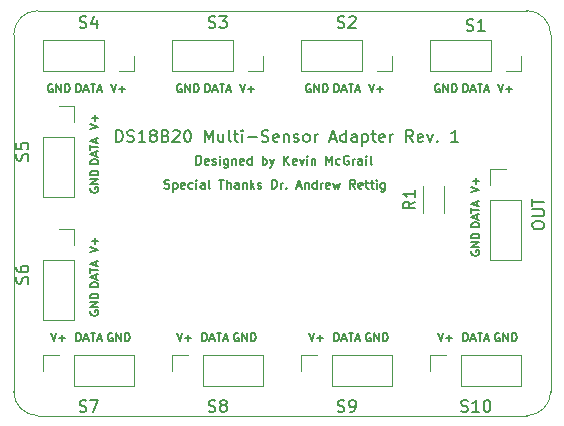
<source format=gbr>
G04 #@! TF.GenerationSoftware,KiCad,Pcbnew,5.1.4-e60b266~84~ubuntu18.04.1*
G04 #@! TF.CreationDate,2019-10-06T14:52:02-04:00*
G04 #@! TF.ProjectId,ds18b20,64733138-6232-4302-9e6b-696361645f70,rev?*
G04 #@! TF.SameCoordinates,Original*
G04 #@! TF.FileFunction,Legend,Top*
G04 #@! TF.FilePolarity,Positive*
%FSLAX46Y46*%
G04 Gerber Fmt 4.6, Leading zero omitted, Abs format (unit mm)*
G04 Created by KiCad (PCBNEW 5.1.4-e60b266~84~ubuntu18.04.1) date 2019-10-06 14:52:02*
%MOMM*%
%LPD*%
G04 APERTURE LIST*
%ADD10C,0.150000*%
%ADD11C,0.050000*%
%ADD12C,0.120000*%
G04 APERTURE END LIST*
D10*
X58478714Y-37895571D02*
X58585857Y-37931285D01*
X58764428Y-37931285D01*
X58835857Y-37895571D01*
X58871571Y-37859857D01*
X58907285Y-37788428D01*
X58907285Y-37717000D01*
X58871571Y-37645571D01*
X58835857Y-37609857D01*
X58764428Y-37574142D01*
X58621571Y-37538428D01*
X58550142Y-37502714D01*
X58514428Y-37467000D01*
X58478714Y-37395571D01*
X58478714Y-37324142D01*
X58514428Y-37252714D01*
X58550142Y-37217000D01*
X58621571Y-37181285D01*
X58800142Y-37181285D01*
X58907285Y-37217000D01*
X59228714Y-37431285D02*
X59228714Y-38181285D01*
X59228714Y-37467000D02*
X59300142Y-37431285D01*
X59443000Y-37431285D01*
X59514428Y-37467000D01*
X59550142Y-37502714D01*
X59585857Y-37574142D01*
X59585857Y-37788428D01*
X59550142Y-37859857D01*
X59514428Y-37895571D01*
X59443000Y-37931285D01*
X59300142Y-37931285D01*
X59228714Y-37895571D01*
X60193000Y-37895571D02*
X60121571Y-37931285D01*
X59978714Y-37931285D01*
X59907285Y-37895571D01*
X59871571Y-37824142D01*
X59871571Y-37538428D01*
X59907285Y-37467000D01*
X59978714Y-37431285D01*
X60121571Y-37431285D01*
X60193000Y-37467000D01*
X60228714Y-37538428D01*
X60228714Y-37609857D01*
X59871571Y-37681285D01*
X60871571Y-37895571D02*
X60800142Y-37931285D01*
X60657285Y-37931285D01*
X60585857Y-37895571D01*
X60550142Y-37859857D01*
X60514428Y-37788428D01*
X60514428Y-37574142D01*
X60550142Y-37502714D01*
X60585857Y-37467000D01*
X60657285Y-37431285D01*
X60800142Y-37431285D01*
X60871571Y-37467000D01*
X61193000Y-37931285D02*
X61193000Y-37431285D01*
X61193000Y-37181285D02*
X61157285Y-37217000D01*
X61193000Y-37252714D01*
X61228714Y-37217000D01*
X61193000Y-37181285D01*
X61193000Y-37252714D01*
X61871571Y-37931285D02*
X61871571Y-37538428D01*
X61835857Y-37467000D01*
X61764428Y-37431285D01*
X61621571Y-37431285D01*
X61550142Y-37467000D01*
X61871571Y-37895571D02*
X61800142Y-37931285D01*
X61621571Y-37931285D01*
X61550142Y-37895571D01*
X61514428Y-37824142D01*
X61514428Y-37752714D01*
X61550142Y-37681285D01*
X61621571Y-37645571D01*
X61800142Y-37645571D01*
X61871571Y-37609857D01*
X62335857Y-37931285D02*
X62264428Y-37895571D01*
X62228714Y-37824142D01*
X62228714Y-37181285D01*
X63085857Y-37181285D02*
X63514428Y-37181285D01*
X63300142Y-37931285D02*
X63300142Y-37181285D01*
X63764428Y-37931285D02*
X63764428Y-37181285D01*
X64085857Y-37931285D02*
X64085857Y-37538428D01*
X64050142Y-37467000D01*
X63978714Y-37431285D01*
X63871571Y-37431285D01*
X63800142Y-37467000D01*
X63764428Y-37502714D01*
X64764428Y-37931285D02*
X64764428Y-37538428D01*
X64728714Y-37467000D01*
X64657285Y-37431285D01*
X64514428Y-37431285D01*
X64443000Y-37467000D01*
X64764428Y-37895571D02*
X64693000Y-37931285D01*
X64514428Y-37931285D01*
X64443000Y-37895571D01*
X64407285Y-37824142D01*
X64407285Y-37752714D01*
X64443000Y-37681285D01*
X64514428Y-37645571D01*
X64693000Y-37645571D01*
X64764428Y-37609857D01*
X65121571Y-37431285D02*
X65121571Y-37931285D01*
X65121571Y-37502714D02*
X65157285Y-37467000D01*
X65228714Y-37431285D01*
X65335857Y-37431285D01*
X65407285Y-37467000D01*
X65443000Y-37538428D01*
X65443000Y-37931285D01*
X65800142Y-37931285D02*
X65800142Y-37181285D01*
X65871571Y-37645571D02*
X66085857Y-37931285D01*
X66085857Y-37431285D02*
X65800142Y-37717000D01*
X66371571Y-37895571D02*
X66443000Y-37931285D01*
X66585857Y-37931285D01*
X66657285Y-37895571D01*
X66693000Y-37824142D01*
X66693000Y-37788428D01*
X66657285Y-37717000D01*
X66585857Y-37681285D01*
X66478714Y-37681285D01*
X66407285Y-37645571D01*
X66371571Y-37574142D01*
X66371571Y-37538428D01*
X66407285Y-37467000D01*
X66478714Y-37431285D01*
X66585857Y-37431285D01*
X66657285Y-37467000D01*
X67585857Y-37931285D02*
X67585857Y-37181285D01*
X67764428Y-37181285D01*
X67871571Y-37217000D01*
X67943000Y-37288428D01*
X67978714Y-37359857D01*
X68014428Y-37502714D01*
X68014428Y-37609857D01*
X67978714Y-37752714D01*
X67943000Y-37824142D01*
X67871571Y-37895571D01*
X67764428Y-37931285D01*
X67585857Y-37931285D01*
X68335857Y-37931285D02*
X68335857Y-37431285D01*
X68335857Y-37574142D02*
X68371571Y-37502714D01*
X68407285Y-37467000D01*
X68478714Y-37431285D01*
X68550142Y-37431285D01*
X68800142Y-37859857D02*
X68835857Y-37895571D01*
X68800142Y-37931285D01*
X68764428Y-37895571D01*
X68800142Y-37859857D01*
X68800142Y-37931285D01*
X69693000Y-37717000D02*
X70050142Y-37717000D01*
X69621571Y-37931285D02*
X69871571Y-37181285D01*
X70121571Y-37931285D01*
X70371571Y-37431285D02*
X70371571Y-37931285D01*
X70371571Y-37502714D02*
X70407285Y-37467000D01*
X70478714Y-37431285D01*
X70585857Y-37431285D01*
X70657285Y-37467000D01*
X70693000Y-37538428D01*
X70693000Y-37931285D01*
X71371571Y-37931285D02*
X71371571Y-37181285D01*
X71371571Y-37895571D02*
X71300142Y-37931285D01*
X71157285Y-37931285D01*
X71085857Y-37895571D01*
X71050142Y-37859857D01*
X71014428Y-37788428D01*
X71014428Y-37574142D01*
X71050142Y-37502714D01*
X71085857Y-37467000D01*
X71157285Y-37431285D01*
X71300142Y-37431285D01*
X71371571Y-37467000D01*
X71728714Y-37931285D02*
X71728714Y-37431285D01*
X71728714Y-37574142D02*
X71764428Y-37502714D01*
X71800142Y-37467000D01*
X71871571Y-37431285D01*
X71943000Y-37431285D01*
X72478714Y-37895571D02*
X72407285Y-37931285D01*
X72264428Y-37931285D01*
X72193000Y-37895571D01*
X72157285Y-37824142D01*
X72157285Y-37538428D01*
X72193000Y-37467000D01*
X72264428Y-37431285D01*
X72407285Y-37431285D01*
X72478714Y-37467000D01*
X72514428Y-37538428D01*
X72514428Y-37609857D01*
X72157285Y-37681285D01*
X72764428Y-37431285D02*
X72907285Y-37931285D01*
X73050142Y-37574142D01*
X73193000Y-37931285D01*
X73335857Y-37431285D01*
X74621571Y-37931285D02*
X74371571Y-37574142D01*
X74193000Y-37931285D02*
X74193000Y-37181285D01*
X74478714Y-37181285D01*
X74550142Y-37217000D01*
X74585857Y-37252714D01*
X74621571Y-37324142D01*
X74621571Y-37431285D01*
X74585857Y-37502714D01*
X74550142Y-37538428D01*
X74478714Y-37574142D01*
X74193000Y-37574142D01*
X75228714Y-37895571D02*
X75157285Y-37931285D01*
X75014428Y-37931285D01*
X74943000Y-37895571D01*
X74907285Y-37824142D01*
X74907285Y-37538428D01*
X74943000Y-37467000D01*
X75014428Y-37431285D01*
X75157285Y-37431285D01*
X75228714Y-37467000D01*
X75264428Y-37538428D01*
X75264428Y-37609857D01*
X74907285Y-37681285D01*
X75478714Y-37431285D02*
X75764428Y-37431285D01*
X75585857Y-37181285D02*
X75585857Y-37824142D01*
X75621571Y-37895571D01*
X75693000Y-37931285D01*
X75764428Y-37931285D01*
X75907285Y-37431285D02*
X76193000Y-37431285D01*
X76014428Y-37181285D02*
X76014428Y-37824142D01*
X76050142Y-37895571D01*
X76121571Y-37931285D01*
X76193000Y-37931285D01*
X76443000Y-37931285D02*
X76443000Y-37431285D01*
X76443000Y-37181285D02*
X76407285Y-37217000D01*
X76443000Y-37252714D01*
X76478714Y-37217000D01*
X76443000Y-37181285D01*
X76443000Y-37252714D01*
X77121571Y-37431285D02*
X77121571Y-38038428D01*
X77085857Y-38109857D01*
X77050142Y-38145571D01*
X76978714Y-38181285D01*
X76871571Y-38181285D01*
X76800142Y-38145571D01*
X77121571Y-37895571D02*
X77050142Y-37931285D01*
X76907285Y-37931285D01*
X76835857Y-37895571D01*
X76800142Y-37859857D01*
X76764428Y-37788428D01*
X76764428Y-37574142D01*
X76800142Y-37502714D01*
X76835857Y-37467000D01*
X76907285Y-37431285D01*
X77050142Y-37431285D01*
X77121571Y-37467000D01*
X61187142Y-35899285D02*
X61187142Y-35149285D01*
X61365714Y-35149285D01*
X61472857Y-35185000D01*
X61544285Y-35256428D01*
X61580000Y-35327857D01*
X61615714Y-35470714D01*
X61615714Y-35577857D01*
X61580000Y-35720714D01*
X61544285Y-35792142D01*
X61472857Y-35863571D01*
X61365714Y-35899285D01*
X61187142Y-35899285D01*
X62222857Y-35863571D02*
X62151428Y-35899285D01*
X62008571Y-35899285D01*
X61937142Y-35863571D01*
X61901428Y-35792142D01*
X61901428Y-35506428D01*
X61937142Y-35435000D01*
X62008571Y-35399285D01*
X62151428Y-35399285D01*
X62222857Y-35435000D01*
X62258571Y-35506428D01*
X62258571Y-35577857D01*
X61901428Y-35649285D01*
X62544285Y-35863571D02*
X62615714Y-35899285D01*
X62758571Y-35899285D01*
X62830000Y-35863571D01*
X62865714Y-35792142D01*
X62865714Y-35756428D01*
X62830000Y-35685000D01*
X62758571Y-35649285D01*
X62651428Y-35649285D01*
X62580000Y-35613571D01*
X62544285Y-35542142D01*
X62544285Y-35506428D01*
X62580000Y-35435000D01*
X62651428Y-35399285D01*
X62758571Y-35399285D01*
X62830000Y-35435000D01*
X63187142Y-35899285D02*
X63187142Y-35399285D01*
X63187142Y-35149285D02*
X63151428Y-35185000D01*
X63187142Y-35220714D01*
X63222857Y-35185000D01*
X63187142Y-35149285D01*
X63187142Y-35220714D01*
X63865714Y-35399285D02*
X63865714Y-36006428D01*
X63830000Y-36077857D01*
X63794285Y-36113571D01*
X63722857Y-36149285D01*
X63615714Y-36149285D01*
X63544285Y-36113571D01*
X63865714Y-35863571D02*
X63794285Y-35899285D01*
X63651428Y-35899285D01*
X63580000Y-35863571D01*
X63544285Y-35827857D01*
X63508571Y-35756428D01*
X63508571Y-35542142D01*
X63544285Y-35470714D01*
X63580000Y-35435000D01*
X63651428Y-35399285D01*
X63794285Y-35399285D01*
X63865714Y-35435000D01*
X64222857Y-35399285D02*
X64222857Y-35899285D01*
X64222857Y-35470714D02*
X64258571Y-35435000D01*
X64330000Y-35399285D01*
X64437142Y-35399285D01*
X64508571Y-35435000D01*
X64544285Y-35506428D01*
X64544285Y-35899285D01*
X65187142Y-35863571D02*
X65115714Y-35899285D01*
X64972857Y-35899285D01*
X64901428Y-35863571D01*
X64865714Y-35792142D01*
X64865714Y-35506428D01*
X64901428Y-35435000D01*
X64972857Y-35399285D01*
X65115714Y-35399285D01*
X65187142Y-35435000D01*
X65222857Y-35506428D01*
X65222857Y-35577857D01*
X64865714Y-35649285D01*
X65865714Y-35899285D02*
X65865714Y-35149285D01*
X65865714Y-35863571D02*
X65794285Y-35899285D01*
X65651428Y-35899285D01*
X65580000Y-35863571D01*
X65544285Y-35827857D01*
X65508571Y-35756428D01*
X65508571Y-35542142D01*
X65544285Y-35470714D01*
X65580000Y-35435000D01*
X65651428Y-35399285D01*
X65794285Y-35399285D01*
X65865714Y-35435000D01*
X66794285Y-35899285D02*
X66794285Y-35149285D01*
X66794285Y-35435000D02*
X66865714Y-35399285D01*
X67008571Y-35399285D01*
X67080000Y-35435000D01*
X67115714Y-35470714D01*
X67151428Y-35542142D01*
X67151428Y-35756428D01*
X67115714Y-35827857D01*
X67080000Y-35863571D01*
X67008571Y-35899285D01*
X66865714Y-35899285D01*
X66794285Y-35863571D01*
X67401428Y-35399285D02*
X67580000Y-35899285D01*
X67758571Y-35399285D02*
X67580000Y-35899285D01*
X67508571Y-36077857D01*
X67472857Y-36113571D01*
X67401428Y-36149285D01*
X68615714Y-35899285D02*
X68615714Y-35149285D01*
X69044285Y-35899285D02*
X68722857Y-35470714D01*
X69044285Y-35149285D02*
X68615714Y-35577857D01*
X69651428Y-35863571D02*
X69580000Y-35899285D01*
X69437142Y-35899285D01*
X69365714Y-35863571D01*
X69330000Y-35792142D01*
X69330000Y-35506428D01*
X69365714Y-35435000D01*
X69437142Y-35399285D01*
X69580000Y-35399285D01*
X69651428Y-35435000D01*
X69687142Y-35506428D01*
X69687142Y-35577857D01*
X69330000Y-35649285D01*
X69937142Y-35399285D02*
X70115714Y-35899285D01*
X70294285Y-35399285D01*
X70580000Y-35899285D02*
X70580000Y-35399285D01*
X70580000Y-35149285D02*
X70544285Y-35185000D01*
X70580000Y-35220714D01*
X70615714Y-35185000D01*
X70580000Y-35149285D01*
X70580000Y-35220714D01*
X70937142Y-35399285D02*
X70937142Y-35899285D01*
X70937142Y-35470714D02*
X70972857Y-35435000D01*
X71044285Y-35399285D01*
X71151428Y-35399285D01*
X71222857Y-35435000D01*
X71258571Y-35506428D01*
X71258571Y-35899285D01*
X72187142Y-35899285D02*
X72187142Y-35149285D01*
X72437142Y-35685000D01*
X72687142Y-35149285D01*
X72687142Y-35899285D01*
X73365714Y-35863571D02*
X73294285Y-35899285D01*
X73151428Y-35899285D01*
X73080000Y-35863571D01*
X73044285Y-35827857D01*
X73008571Y-35756428D01*
X73008571Y-35542142D01*
X73044285Y-35470714D01*
X73080000Y-35435000D01*
X73151428Y-35399285D01*
X73294285Y-35399285D01*
X73365714Y-35435000D01*
X74080000Y-35185000D02*
X74008571Y-35149285D01*
X73901428Y-35149285D01*
X73794285Y-35185000D01*
X73722857Y-35256428D01*
X73687142Y-35327857D01*
X73651428Y-35470714D01*
X73651428Y-35577857D01*
X73687142Y-35720714D01*
X73722857Y-35792142D01*
X73794285Y-35863571D01*
X73901428Y-35899285D01*
X73972857Y-35899285D01*
X74080000Y-35863571D01*
X74115714Y-35827857D01*
X74115714Y-35577857D01*
X73972857Y-35577857D01*
X74437142Y-35899285D02*
X74437142Y-35399285D01*
X74437142Y-35542142D02*
X74472857Y-35470714D01*
X74508571Y-35435000D01*
X74580000Y-35399285D01*
X74651428Y-35399285D01*
X75222857Y-35899285D02*
X75222857Y-35506428D01*
X75187142Y-35435000D01*
X75115714Y-35399285D01*
X74972857Y-35399285D01*
X74901428Y-35435000D01*
X75222857Y-35863571D02*
X75151428Y-35899285D01*
X74972857Y-35899285D01*
X74901428Y-35863571D01*
X74865714Y-35792142D01*
X74865714Y-35720714D01*
X74901428Y-35649285D01*
X74972857Y-35613571D01*
X75151428Y-35613571D01*
X75222857Y-35577857D01*
X75580000Y-35899285D02*
X75580000Y-35399285D01*
X75580000Y-35149285D02*
X75544285Y-35185000D01*
X75580000Y-35220714D01*
X75615714Y-35185000D01*
X75580000Y-35149285D01*
X75580000Y-35220714D01*
X76044285Y-35899285D02*
X75972857Y-35863571D01*
X75937142Y-35792142D01*
X75937142Y-35149285D01*
X54381619Y-33980380D02*
X54381619Y-32980380D01*
X54619714Y-32980380D01*
X54762571Y-33028000D01*
X54857809Y-33123238D01*
X54905428Y-33218476D01*
X54953047Y-33408952D01*
X54953047Y-33551809D01*
X54905428Y-33742285D01*
X54857809Y-33837523D01*
X54762571Y-33932761D01*
X54619714Y-33980380D01*
X54381619Y-33980380D01*
X55334000Y-33932761D02*
X55476857Y-33980380D01*
X55714952Y-33980380D01*
X55810190Y-33932761D01*
X55857809Y-33885142D01*
X55905428Y-33789904D01*
X55905428Y-33694666D01*
X55857809Y-33599428D01*
X55810190Y-33551809D01*
X55714952Y-33504190D01*
X55524476Y-33456571D01*
X55429238Y-33408952D01*
X55381619Y-33361333D01*
X55334000Y-33266095D01*
X55334000Y-33170857D01*
X55381619Y-33075619D01*
X55429238Y-33028000D01*
X55524476Y-32980380D01*
X55762571Y-32980380D01*
X55905428Y-33028000D01*
X56857809Y-33980380D02*
X56286380Y-33980380D01*
X56572095Y-33980380D02*
X56572095Y-32980380D01*
X56476857Y-33123238D01*
X56381619Y-33218476D01*
X56286380Y-33266095D01*
X57429238Y-33408952D02*
X57334000Y-33361333D01*
X57286380Y-33313714D01*
X57238761Y-33218476D01*
X57238761Y-33170857D01*
X57286380Y-33075619D01*
X57334000Y-33028000D01*
X57429238Y-32980380D01*
X57619714Y-32980380D01*
X57714952Y-33028000D01*
X57762571Y-33075619D01*
X57810190Y-33170857D01*
X57810190Y-33218476D01*
X57762571Y-33313714D01*
X57714952Y-33361333D01*
X57619714Y-33408952D01*
X57429238Y-33408952D01*
X57334000Y-33456571D01*
X57286380Y-33504190D01*
X57238761Y-33599428D01*
X57238761Y-33789904D01*
X57286380Y-33885142D01*
X57334000Y-33932761D01*
X57429238Y-33980380D01*
X57619714Y-33980380D01*
X57714952Y-33932761D01*
X57762571Y-33885142D01*
X57810190Y-33789904D01*
X57810190Y-33599428D01*
X57762571Y-33504190D01*
X57714952Y-33456571D01*
X57619714Y-33408952D01*
X58572095Y-33456571D02*
X58714952Y-33504190D01*
X58762571Y-33551809D01*
X58810190Y-33647047D01*
X58810190Y-33789904D01*
X58762571Y-33885142D01*
X58714952Y-33932761D01*
X58619714Y-33980380D01*
X58238761Y-33980380D01*
X58238761Y-32980380D01*
X58572095Y-32980380D01*
X58667333Y-33028000D01*
X58714952Y-33075619D01*
X58762571Y-33170857D01*
X58762571Y-33266095D01*
X58714952Y-33361333D01*
X58667333Y-33408952D01*
X58572095Y-33456571D01*
X58238761Y-33456571D01*
X59191142Y-33075619D02*
X59238761Y-33028000D01*
X59333999Y-32980380D01*
X59572095Y-32980380D01*
X59667333Y-33028000D01*
X59714952Y-33075619D01*
X59762571Y-33170857D01*
X59762571Y-33266095D01*
X59714952Y-33408952D01*
X59143523Y-33980380D01*
X59762571Y-33980380D01*
X60381619Y-32980380D02*
X60476857Y-32980380D01*
X60572095Y-33028000D01*
X60619714Y-33075619D01*
X60667333Y-33170857D01*
X60714952Y-33361333D01*
X60714952Y-33599428D01*
X60667333Y-33789904D01*
X60619714Y-33885142D01*
X60572095Y-33932761D01*
X60476857Y-33980380D01*
X60381619Y-33980380D01*
X60286380Y-33932761D01*
X60238761Y-33885142D01*
X60191142Y-33789904D01*
X60143523Y-33599428D01*
X60143523Y-33361333D01*
X60191142Y-33170857D01*
X60238761Y-33075619D01*
X60286380Y-33028000D01*
X60381619Y-32980380D01*
X61905428Y-33980380D02*
X61905428Y-32980380D01*
X62238761Y-33694666D01*
X62572095Y-32980380D01*
X62572095Y-33980380D01*
X63476857Y-33313714D02*
X63476857Y-33980380D01*
X63048285Y-33313714D02*
X63048285Y-33837523D01*
X63095904Y-33932761D01*
X63191142Y-33980380D01*
X63334000Y-33980380D01*
X63429238Y-33932761D01*
X63476857Y-33885142D01*
X64095904Y-33980380D02*
X64000666Y-33932761D01*
X63953047Y-33837523D01*
X63953047Y-32980380D01*
X64334000Y-33313714D02*
X64714952Y-33313714D01*
X64476857Y-32980380D02*
X64476857Y-33837523D01*
X64524476Y-33932761D01*
X64619714Y-33980380D01*
X64714952Y-33980380D01*
X65048285Y-33980380D02*
X65048285Y-33313714D01*
X65048285Y-32980380D02*
X65000666Y-33028000D01*
X65048285Y-33075619D01*
X65095904Y-33028000D01*
X65048285Y-32980380D01*
X65048285Y-33075619D01*
X65524476Y-33599428D02*
X66286380Y-33599428D01*
X66714952Y-33932761D02*
X66857809Y-33980380D01*
X67095904Y-33980380D01*
X67191142Y-33932761D01*
X67238761Y-33885142D01*
X67286380Y-33789904D01*
X67286380Y-33694666D01*
X67238761Y-33599428D01*
X67191142Y-33551809D01*
X67095904Y-33504190D01*
X66905428Y-33456571D01*
X66810190Y-33408952D01*
X66762571Y-33361333D01*
X66714952Y-33266095D01*
X66714952Y-33170857D01*
X66762571Y-33075619D01*
X66810190Y-33028000D01*
X66905428Y-32980380D01*
X67143523Y-32980380D01*
X67286380Y-33028000D01*
X68095904Y-33932761D02*
X68000666Y-33980380D01*
X67810190Y-33980380D01*
X67714952Y-33932761D01*
X67667333Y-33837523D01*
X67667333Y-33456571D01*
X67714952Y-33361333D01*
X67810190Y-33313714D01*
X68000666Y-33313714D01*
X68095904Y-33361333D01*
X68143523Y-33456571D01*
X68143523Y-33551809D01*
X67667333Y-33647047D01*
X68572095Y-33313714D02*
X68572095Y-33980380D01*
X68572095Y-33408952D02*
X68619714Y-33361333D01*
X68714952Y-33313714D01*
X68857809Y-33313714D01*
X68953047Y-33361333D01*
X69000666Y-33456571D01*
X69000666Y-33980380D01*
X69429238Y-33932761D02*
X69524476Y-33980380D01*
X69714952Y-33980380D01*
X69810190Y-33932761D01*
X69857809Y-33837523D01*
X69857809Y-33789904D01*
X69810190Y-33694666D01*
X69714952Y-33647047D01*
X69572095Y-33647047D01*
X69476857Y-33599428D01*
X69429238Y-33504190D01*
X69429238Y-33456571D01*
X69476857Y-33361333D01*
X69572095Y-33313714D01*
X69714952Y-33313714D01*
X69810190Y-33361333D01*
X70429238Y-33980380D02*
X70334000Y-33932761D01*
X70286380Y-33885142D01*
X70238761Y-33789904D01*
X70238761Y-33504190D01*
X70286380Y-33408952D01*
X70334000Y-33361333D01*
X70429238Y-33313714D01*
X70572095Y-33313714D01*
X70667333Y-33361333D01*
X70714952Y-33408952D01*
X70762571Y-33504190D01*
X70762571Y-33789904D01*
X70714952Y-33885142D01*
X70667333Y-33932761D01*
X70572095Y-33980380D01*
X70429238Y-33980380D01*
X71191142Y-33980380D02*
X71191142Y-33313714D01*
X71191142Y-33504190D02*
X71238761Y-33408952D01*
X71286380Y-33361333D01*
X71381619Y-33313714D01*
X71476857Y-33313714D01*
X72524476Y-33694666D02*
X73000666Y-33694666D01*
X72429238Y-33980380D02*
X72762571Y-32980380D01*
X73095904Y-33980380D01*
X73857809Y-33980380D02*
X73857809Y-32980380D01*
X73857809Y-33932761D02*
X73762571Y-33980380D01*
X73572095Y-33980380D01*
X73476857Y-33932761D01*
X73429238Y-33885142D01*
X73381619Y-33789904D01*
X73381619Y-33504190D01*
X73429238Y-33408952D01*
X73476857Y-33361333D01*
X73572095Y-33313714D01*
X73762571Y-33313714D01*
X73857809Y-33361333D01*
X74762571Y-33980380D02*
X74762571Y-33456571D01*
X74714952Y-33361333D01*
X74619714Y-33313714D01*
X74429238Y-33313714D01*
X74334000Y-33361333D01*
X74762571Y-33932761D02*
X74667333Y-33980380D01*
X74429238Y-33980380D01*
X74334000Y-33932761D01*
X74286380Y-33837523D01*
X74286380Y-33742285D01*
X74334000Y-33647047D01*
X74429238Y-33599428D01*
X74667333Y-33599428D01*
X74762571Y-33551809D01*
X75238761Y-33313714D02*
X75238761Y-34313714D01*
X75238761Y-33361333D02*
X75333999Y-33313714D01*
X75524476Y-33313714D01*
X75619714Y-33361333D01*
X75667333Y-33408952D01*
X75714952Y-33504190D01*
X75714952Y-33789904D01*
X75667333Y-33885142D01*
X75619714Y-33932761D01*
X75524476Y-33980380D01*
X75333999Y-33980380D01*
X75238761Y-33932761D01*
X76000666Y-33313714D02*
X76381619Y-33313714D01*
X76143523Y-32980380D02*
X76143523Y-33837523D01*
X76191142Y-33932761D01*
X76286380Y-33980380D01*
X76381619Y-33980380D01*
X77095904Y-33932761D02*
X77000666Y-33980380D01*
X76810190Y-33980380D01*
X76714952Y-33932761D01*
X76667333Y-33837523D01*
X76667333Y-33456571D01*
X76714952Y-33361333D01*
X76810190Y-33313714D01*
X77000666Y-33313714D01*
X77095904Y-33361333D01*
X77143523Y-33456571D01*
X77143523Y-33551809D01*
X76667333Y-33647047D01*
X77572095Y-33980380D02*
X77572095Y-33313714D01*
X77572095Y-33504190D02*
X77619714Y-33408952D01*
X77667333Y-33361333D01*
X77762571Y-33313714D01*
X77857809Y-33313714D01*
X79524476Y-33980380D02*
X79191142Y-33504190D01*
X78953047Y-33980380D02*
X78953047Y-32980380D01*
X79333999Y-32980380D01*
X79429238Y-33028000D01*
X79476857Y-33075619D01*
X79524476Y-33170857D01*
X79524476Y-33313714D01*
X79476857Y-33408952D01*
X79429238Y-33456571D01*
X79333999Y-33504190D01*
X78953047Y-33504190D01*
X80333999Y-33932761D02*
X80238761Y-33980380D01*
X80048285Y-33980380D01*
X79953047Y-33932761D01*
X79905428Y-33837523D01*
X79905428Y-33456571D01*
X79953047Y-33361333D01*
X80048285Y-33313714D01*
X80238761Y-33313714D01*
X80333999Y-33361333D01*
X80381619Y-33456571D01*
X80381619Y-33551809D01*
X79905428Y-33647047D01*
X80714952Y-33313714D02*
X80953047Y-33980380D01*
X81191142Y-33313714D01*
X81572095Y-33885142D02*
X81619714Y-33932761D01*
X81572095Y-33980380D01*
X81524476Y-33932761D01*
X81572095Y-33885142D01*
X81572095Y-33980380D01*
X83333999Y-33980380D02*
X82762571Y-33980380D01*
X83048285Y-33980380D02*
X83048285Y-32980380D01*
X82953047Y-33123238D01*
X82857809Y-33218476D01*
X82762571Y-33266095D01*
X85152666Y-41182000D02*
X84452666Y-41182000D01*
X84452666Y-41015333D01*
X84486000Y-40915333D01*
X84552666Y-40848666D01*
X84619333Y-40815333D01*
X84752666Y-40782000D01*
X84852666Y-40782000D01*
X84986000Y-40815333D01*
X85052666Y-40848666D01*
X85119333Y-40915333D01*
X85152666Y-41015333D01*
X85152666Y-41182000D01*
X84952666Y-40515333D02*
X84952666Y-40182000D01*
X85152666Y-40582000D02*
X84452666Y-40348666D01*
X85152666Y-40115333D01*
X84452666Y-39982000D02*
X84452666Y-39582000D01*
X85152666Y-39782000D02*
X84452666Y-39782000D01*
X84952666Y-39382000D02*
X84952666Y-39048666D01*
X85152666Y-39448666D02*
X84452666Y-39215333D01*
X85152666Y-38982000D01*
X84486000Y-43205333D02*
X84452666Y-43272000D01*
X84452666Y-43372000D01*
X84486000Y-43472000D01*
X84552666Y-43538666D01*
X84619333Y-43572000D01*
X84752666Y-43605333D01*
X84852666Y-43605333D01*
X84986000Y-43572000D01*
X85052666Y-43538666D01*
X85119333Y-43472000D01*
X85152666Y-43372000D01*
X85152666Y-43305333D01*
X85119333Y-43205333D01*
X85086000Y-43172000D01*
X84852666Y-43172000D01*
X84852666Y-43305333D01*
X85152666Y-42872000D02*
X84452666Y-42872000D01*
X85152666Y-42472000D01*
X84452666Y-42472000D01*
X85152666Y-42138666D02*
X84452666Y-42138666D01*
X84452666Y-41972000D01*
X84486000Y-41872000D01*
X84552666Y-41805333D01*
X84619333Y-41772000D01*
X84752666Y-41738666D01*
X84852666Y-41738666D01*
X84986000Y-41772000D01*
X85052666Y-41805333D01*
X85119333Y-41872000D01*
X85152666Y-41972000D01*
X85152666Y-42138666D01*
X84452666Y-38258666D02*
X85152666Y-38025333D01*
X84452666Y-37792000D01*
X84886000Y-37558666D02*
X84886000Y-37025333D01*
X85152666Y-37292000D02*
X84619333Y-37292000D01*
X86842666Y-50196000D02*
X86776000Y-50162666D01*
X86676000Y-50162666D01*
X86576000Y-50196000D01*
X86509333Y-50262666D01*
X86476000Y-50329333D01*
X86442666Y-50462666D01*
X86442666Y-50562666D01*
X86476000Y-50696000D01*
X86509333Y-50762666D01*
X86576000Y-50829333D01*
X86676000Y-50862666D01*
X86742666Y-50862666D01*
X86842666Y-50829333D01*
X86876000Y-50796000D01*
X86876000Y-50562666D01*
X86742666Y-50562666D01*
X87176000Y-50862666D02*
X87176000Y-50162666D01*
X87576000Y-50862666D01*
X87576000Y-50162666D01*
X87909333Y-50862666D02*
X87909333Y-50162666D01*
X88076000Y-50162666D01*
X88176000Y-50196000D01*
X88242666Y-50262666D01*
X88276000Y-50329333D01*
X88309333Y-50462666D01*
X88309333Y-50562666D01*
X88276000Y-50696000D01*
X88242666Y-50762666D01*
X88176000Y-50829333D01*
X88076000Y-50862666D01*
X87909333Y-50862666D01*
X81629333Y-50162666D02*
X81862666Y-50862666D01*
X82096000Y-50162666D01*
X82329333Y-50596000D02*
X82862666Y-50596000D01*
X82596000Y-50862666D02*
X82596000Y-50329333D01*
X83786000Y-50862666D02*
X83786000Y-50162666D01*
X83952666Y-50162666D01*
X84052666Y-50196000D01*
X84119333Y-50262666D01*
X84152666Y-50329333D01*
X84186000Y-50462666D01*
X84186000Y-50562666D01*
X84152666Y-50696000D01*
X84119333Y-50762666D01*
X84052666Y-50829333D01*
X83952666Y-50862666D01*
X83786000Y-50862666D01*
X84452666Y-50662666D02*
X84786000Y-50662666D01*
X84386000Y-50862666D02*
X84619333Y-50162666D01*
X84852666Y-50862666D01*
X84986000Y-50162666D02*
X85386000Y-50162666D01*
X85186000Y-50862666D02*
X85186000Y-50162666D01*
X85586000Y-50662666D02*
X85919333Y-50662666D01*
X85519333Y-50862666D02*
X85752666Y-50162666D01*
X85986000Y-50862666D01*
X75920666Y-50196000D02*
X75854000Y-50162666D01*
X75754000Y-50162666D01*
X75654000Y-50196000D01*
X75587333Y-50262666D01*
X75554000Y-50329333D01*
X75520666Y-50462666D01*
X75520666Y-50562666D01*
X75554000Y-50696000D01*
X75587333Y-50762666D01*
X75654000Y-50829333D01*
X75754000Y-50862666D01*
X75820666Y-50862666D01*
X75920666Y-50829333D01*
X75954000Y-50796000D01*
X75954000Y-50562666D01*
X75820666Y-50562666D01*
X76254000Y-50862666D02*
X76254000Y-50162666D01*
X76654000Y-50862666D01*
X76654000Y-50162666D01*
X76987333Y-50862666D02*
X76987333Y-50162666D01*
X77154000Y-50162666D01*
X77254000Y-50196000D01*
X77320666Y-50262666D01*
X77354000Y-50329333D01*
X77387333Y-50462666D01*
X77387333Y-50562666D01*
X77354000Y-50696000D01*
X77320666Y-50762666D01*
X77254000Y-50829333D01*
X77154000Y-50862666D01*
X76987333Y-50862666D01*
X70707333Y-50162666D02*
X70940666Y-50862666D01*
X71174000Y-50162666D01*
X71407333Y-50596000D02*
X71940666Y-50596000D01*
X71674000Y-50862666D02*
X71674000Y-50329333D01*
X72864000Y-50862666D02*
X72864000Y-50162666D01*
X73030666Y-50162666D01*
X73130666Y-50196000D01*
X73197333Y-50262666D01*
X73230666Y-50329333D01*
X73264000Y-50462666D01*
X73264000Y-50562666D01*
X73230666Y-50696000D01*
X73197333Y-50762666D01*
X73130666Y-50829333D01*
X73030666Y-50862666D01*
X72864000Y-50862666D01*
X73530666Y-50662666D02*
X73864000Y-50662666D01*
X73464000Y-50862666D02*
X73697333Y-50162666D01*
X73930666Y-50862666D01*
X74064000Y-50162666D02*
X74464000Y-50162666D01*
X74264000Y-50862666D02*
X74264000Y-50162666D01*
X74664000Y-50662666D02*
X74997333Y-50662666D01*
X74597333Y-50862666D02*
X74830666Y-50162666D01*
X75064000Y-50862666D01*
X64744666Y-50196000D02*
X64678000Y-50162666D01*
X64578000Y-50162666D01*
X64478000Y-50196000D01*
X64411333Y-50262666D01*
X64378000Y-50329333D01*
X64344666Y-50462666D01*
X64344666Y-50562666D01*
X64378000Y-50696000D01*
X64411333Y-50762666D01*
X64478000Y-50829333D01*
X64578000Y-50862666D01*
X64644666Y-50862666D01*
X64744666Y-50829333D01*
X64778000Y-50796000D01*
X64778000Y-50562666D01*
X64644666Y-50562666D01*
X65078000Y-50862666D02*
X65078000Y-50162666D01*
X65478000Y-50862666D01*
X65478000Y-50162666D01*
X65811333Y-50862666D02*
X65811333Y-50162666D01*
X65978000Y-50162666D01*
X66078000Y-50196000D01*
X66144666Y-50262666D01*
X66178000Y-50329333D01*
X66211333Y-50462666D01*
X66211333Y-50562666D01*
X66178000Y-50696000D01*
X66144666Y-50762666D01*
X66078000Y-50829333D01*
X65978000Y-50862666D01*
X65811333Y-50862666D01*
X59531333Y-50162666D02*
X59764666Y-50862666D01*
X59998000Y-50162666D01*
X60231333Y-50596000D02*
X60764666Y-50596000D01*
X60498000Y-50862666D02*
X60498000Y-50329333D01*
X61688000Y-50862666D02*
X61688000Y-50162666D01*
X61854666Y-50162666D01*
X61954666Y-50196000D01*
X62021333Y-50262666D01*
X62054666Y-50329333D01*
X62088000Y-50462666D01*
X62088000Y-50562666D01*
X62054666Y-50696000D01*
X62021333Y-50762666D01*
X61954666Y-50829333D01*
X61854666Y-50862666D01*
X61688000Y-50862666D01*
X62354666Y-50662666D02*
X62688000Y-50662666D01*
X62288000Y-50862666D02*
X62521333Y-50162666D01*
X62754666Y-50862666D01*
X62888000Y-50162666D02*
X63288000Y-50162666D01*
X63088000Y-50862666D02*
X63088000Y-50162666D01*
X63488000Y-50662666D02*
X63821333Y-50662666D01*
X63421333Y-50862666D02*
X63654666Y-50162666D01*
X63888000Y-50862666D01*
X51020000Y-50862666D02*
X51020000Y-50162666D01*
X51186666Y-50162666D01*
X51286666Y-50196000D01*
X51353333Y-50262666D01*
X51386666Y-50329333D01*
X51420000Y-50462666D01*
X51420000Y-50562666D01*
X51386666Y-50696000D01*
X51353333Y-50762666D01*
X51286666Y-50829333D01*
X51186666Y-50862666D01*
X51020000Y-50862666D01*
X51686666Y-50662666D02*
X52020000Y-50662666D01*
X51620000Y-50862666D02*
X51853333Y-50162666D01*
X52086666Y-50862666D01*
X52220000Y-50162666D02*
X52620000Y-50162666D01*
X52420000Y-50862666D02*
X52420000Y-50162666D01*
X52820000Y-50662666D02*
X53153333Y-50662666D01*
X52753333Y-50862666D02*
X52986666Y-50162666D01*
X53220000Y-50862666D01*
X48863333Y-50162666D02*
X49096666Y-50862666D01*
X49330000Y-50162666D01*
X49563333Y-50596000D02*
X50096666Y-50596000D01*
X49830000Y-50862666D02*
X49830000Y-50329333D01*
X54076666Y-50196000D02*
X54010000Y-50162666D01*
X53910000Y-50162666D01*
X53810000Y-50196000D01*
X53743333Y-50262666D01*
X53710000Y-50329333D01*
X53676666Y-50462666D01*
X53676666Y-50562666D01*
X53710000Y-50696000D01*
X53743333Y-50762666D01*
X53810000Y-50829333D01*
X53910000Y-50862666D01*
X53976666Y-50862666D01*
X54076666Y-50829333D01*
X54110000Y-50796000D01*
X54110000Y-50562666D01*
X53976666Y-50562666D01*
X54410000Y-50862666D02*
X54410000Y-50162666D01*
X54810000Y-50862666D01*
X54810000Y-50162666D01*
X55143333Y-50862666D02*
X55143333Y-50162666D01*
X55310000Y-50162666D01*
X55410000Y-50196000D01*
X55476666Y-50262666D01*
X55510000Y-50329333D01*
X55543333Y-50462666D01*
X55543333Y-50562666D01*
X55510000Y-50696000D01*
X55476666Y-50762666D01*
X55410000Y-50829333D01*
X55310000Y-50862666D01*
X55143333Y-50862666D01*
X52894666Y-46262000D02*
X52194666Y-46262000D01*
X52194666Y-46095333D01*
X52228000Y-45995333D01*
X52294666Y-45928666D01*
X52361333Y-45895333D01*
X52494666Y-45862000D01*
X52594666Y-45862000D01*
X52728000Y-45895333D01*
X52794666Y-45928666D01*
X52861333Y-45995333D01*
X52894666Y-46095333D01*
X52894666Y-46262000D01*
X52694666Y-45595333D02*
X52694666Y-45262000D01*
X52894666Y-45662000D02*
X52194666Y-45428666D01*
X52894666Y-45195333D01*
X52194666Y-45062000D02*
X52194666Y-44662000D01*
X52894666Y-44862000D02*
X52194666Y-44862000D01*
X52694666Y-44462000D02*
X52694666Y-44128666D01*
X52894666Y-44528666D02*
X52194666Y-44295333D01*
X52894666Y-44062000D01*
X52228000Y-48285333D02*
X52194666Y-48352000D01*
X52194666Y-48452000D01*
X52228000Y-48552000D01*
X52294666Y-48618666D01*
X52361333Y-48652000D01*
X52494666Y-48685333D01*
X52594666Y-48685333D01*
X52728000Y-48652000D01*
X52794666Y-48618666D01*
X52861333Y-48552000D01*
X52894666Y-48452000D01*
X52894666Y-48385333D01*
X52861333Y-48285333D01*
X52828000Y-48252000D01*
X52594666Y-48252000D01*
X52594666Y-48385333D01*
X52894666Y-47952000D02*
X52194666Y-47952000D01*
X52894666Y-47552000D01*
X52194666Y-47552000D01*
X52894666Y-47218666D02*
X52194666Y-47218666D01*
X52194666Y-47052000D01*
X52228000Y-46952000D01*
X52294666Y-46885333D01*
X52361333Y-46852000D01*
X52494666Y-46818666D01*
X52594666Y-46818666D01*
X52728000Y-46852000D01*
X52794666Y-46885333D01*
X52861333Y-46952000D01*
X52894666Y-47052000D01*
X52894666Y-47218666D01*
X52194666Y-43338666D02*
X52894666Y-43105333D01*
X52194666Y-42872000D01*
X52628000Y-42638666D02*
X52628000Y-42105333D01*
X52894666Y-42372000D02*
X52361333Y-42372000D01*
X52894666Y-35848000D02*
X52194666Y-35848000D01*
X52194666Y-35681333D01*
X52228000Y-35581333D01*
X52294666Y-35514666D01*
X52361333Y-35481333D01*
X52494666Y-35448000D01*
X52594666Y-35448000D01*
X52728000Y-35481333D01*
X52794666Y-35514666D01*
X52861333Y-35581333D01*
X52894666Y-35681333D01*
X52894666Y-35848000D01*
X52694666Y-35181333D02*
X52694666Y-34848000D01*
X52894666Y-35248000D02*
X52194666Y-35014666D01*
X52894666Y-34781333D01*
X52194666Y-34648000D02*
X52194666Y-34248000D01*
X52894666Y-34448000D02*
X52194666Y-34448000D01*
X52694666Y-34048000D02*
X52694666Y-33714666D01*
X52894666Y-34114666D02*
X52194666Y-33881333D01*
X52894666Y-33648000D01*
X52228000Y-37871333D02*
X52194666Y-37938000D01*
X52194666Y-38038000D01*
X52228000Y-38138000D01*
X52294666Y-38204666D01*
X52361333Y-38238000D01*
X52494666Y-38271333D01*
X52594666Y-38271333D01*
X52728000Y-38238000D01*
X52794666Y-38204666D01*
X52861333Y-38138000D01*
X52894666Y-38038000D01*
X52894666Y-37971333D01*
X52861333Y-37871333D01*
X52828000Y-37838000D01*
X52594666Y-37838000D01*
X52594666Y-37971333D01*
X52894666Y-37538000D02*
X52194666Y-37538000D01*
X52894666Y-37138000D01*
X52194666Y-37138000D01*
X52894666Y-36804666D02*
X52194666Y-36804666D01*
X52194666Y-36638000D01*
X52228000Y-36538000D01*
X52294666Y-36471333D01*
X52361333Y-36438000D01*
X52494666Y-36404666D01*
X52594666Y-36404666D01*
X52728000Y-36438000D01*
X52794666Y-36471333D01*
X52861333Y-36538000D01*
X52894666Y-36638000D01*
X52894666Y-36804666D01*
X52194666Y-32924666D02*
X52894666Y-32691333D01*
X52194666Y-32458000D01*
X52628000Y-32224666D02*
X52628000Y-31691333D01*
X52894666Y-31958000D02*
X52361333Y-31958000D01*
X51020000Y-29780666D02*
X51020000Y-29080666D01*
X51186666Y-29080666D01*
X51286666Y-29114000D01*
X51353333Y-29180666D01*
X51386666Y-29247333D01*
X51420000Y-29380666D01*
X51420000Y-29480666D01*
X51386666Y-29614000D01*
X51353333Y-29680666D01*
X51286666Y-29747333D01*
X51186666Y-29780666D01*
X51020000Y-29780666D01*
X51686666Y-29580666D02*
X52020000Y-29580666D01*
X51620000Y-29780666D02*
X51853333Y-29080666D01*
X52086666Y-29780666D01*
X52220000Y-29080666D02*
X52620000Y-29080666D01*
X52420000Y-29780666D02*
X52420000Y-29080666D01*
X52820000Y-29580666D02*
X53153333Y-29580666D01*
X52753333Y-29780666D02*
X52986666Y-29080666D01*
X53220000Y-29780666D01*
X48996666Y-29114000D02*
X48930000Y-29080666D01*
X48830000Y-29080666D01*
X48730000Y-29114000D01*
X48663333Y-29180666D01*
X48630000Y-29247333D01*
X48596666Y-29380666D01*
X48596666Y-29480666D01*
X48630000Y-29614000D01*
X48663333Y-29680666D01*
X48730000Y-29747333D01*
X48830000Y-29780666D01*
X48896666Y-29780666D01*
X48996666Y-29747333D01*
X49030000Y-29714000D01*
X49030000Y-29480666D01*
X48896666Y-29480666D01*
X49330000Y-29780666D02*
X49330000Y-29080666D01*
X49730000Y-29780666D01*
X49730000Y-29080666D01*
X50063333Y-29780666D02*
X50063333Y-29080666D01*
X50230000Y-29080666D01*
X50330000Y-29114000D01*
X50396666Y-29180666D01*
X50430000Y-29247333D01*
X50463333Y-29380666D01*
X50463333Y-29480666D01*
X50430000Y-29614000D01*
X50396666Y-29680666D01*
X50330000Y-29747333D01*
X50230000Y-29780666D01*
X50063333Y-29780666D01*
X53943333Y-29080666D02*
X54176666Y-29780666D01*
X54410000Y-29080666D01*
X54643333Y-29514000D02*
X55176666Y-29514000D01*
X54910000Y-29780666D02*
X54910000Y-29247333D01*
X61942000Y-29780666D02*
X61942000Y-29080666D01*
X62108666Y-29080666D01*
X62208666Y-29114000D01*
X62275333Y-29180666D01*
X62308666Y-29247333D01*
X62342000Y-29380666D01*
X62342000Y-29480666D01*
X62308666Y-29614000D01*
X62275333Y-29680666D01*
X62208666Y-29747333D01*
X62108666Y-29780666D01*
X61942000Y-29780666D01*
X62608666Y-29580666D02*
X62942000Y-29580666D01*
X62542000Y-29780666D02*
X62775333Y-29080666D01*
X63008666Y-29780666D01*
X63142000Y-29080666D02*
X63542000Y-29080666D01*
X63342000Y-29780666D02*
X63342000Y-29080666D01*
X63742000Y-29580666D02*
X64075333Y-29580666D01*
X63675333Y-29780666D02*
X63908666Y-29080666D01*
X64142000Y-29780666D01*
X59918666Y-29114000D02*
X59852000Y-29080666D01*
X59752000Y-29080666D01*
X59652000Y-29114000D01*
X59585333Y-29180666D01*
X59552000Y-29247333D01*
X59518666Y-29380666D01*
X59518666Y-29480666D01*
X59552000Y-29614000D01*
X59585333Y-29680666D01*
X59652000Y-29747333D01*
X59752000Y-29780666D01*
X59818666Y-29780666D01*
X59918666Y-29747333D01*
X59952000Y-29714000D01*
X59952000Y-29480666D01*
X59818666Y-29480666D01*
X60252000Y-29780666D02*
X60252000Y-29080666D01*
X60652000Y-29780666D01*
X60652000Y-29080666D01*
X60985333Y-29780666D02*
X60985333Y-29080666D01*
X61152000Y-29080666D01*
X61252000Y-29114000D01*
X61318666Y-29180666D01*
X61352000Y-29247333D01*
X61385333Y-29380666D01*
X61385333Y-29480666D01*
X61352000Y-29614000D01*
X61318666Y-29680666D01*
X61252000Y-29747333D01*
X61152000Y-29780666D01*
X60985333Y-29780666D01*
X64865333Y-29080666D02*
X65098666Y-29780666D01*
X65332000Y-29080666D01*
X65565333Y-29514000D02*
X66098666Y-29514000D01*
X65832000Y-29780666D02*
X65832000Y-29247333D01*
X83786000Y-29780666D02*
X83786000Y-29080666D01*
X83952666Y-29080666D01*
X84052666Y-29114000D01*
X84119333Y-29180666D01*
X84152666Y-29247333D01*
X84186000Y-29380666D01*
X84186000Y-29480666D01*
X84152666Y-29614000D01*
X84119333Y-29680666D01*
X84052666Y-29747333D01*
X83952666Y-29780666D01*
X83786000Y-29780666D01*
X84452666Y-29580666D02*
X84786000Y-29580666D01*
X84386000Y-29780666D02*
X84619333Y-29080666D01*
X84852666Y-29780666D01*
X84986000Y-29080666D02*
X85386000Y-29080666D01*
X85186000Y-29780666D02*
X85186000Y-29080666D01*
X85586000Y-29580666D02*
X85919333Y-29580666D01*
X85519333Y-29780666D02*
X85752666Y-29080666D01*
X85986000Y-29780666D01*
X81762666Y-29114000D02*
X81696000Y-29080666D01*
X81596000Y-29080666D01*
X81496000Y-29114000D01*
X81429333Y-29180666D01*
X81396000Y-29247333D01*
X81362666Y-29380666D01*
X81362666Y-29480666D01*
X81396000Y-29614000D01*
X81429333Y-29680666D01*
X81496000Y-29747333D01*
X81596000Y-29780666D01*
X81662666Y-29780666D01*
X81762666Y-29747333D01*
X81796000Y-29714000D01*
X81796000Y-29480666D01*
X81662666Y-29480666D01*
X82096000Y-29780666D02*
X82096000Y-29080666D01*
X82496000Y-29780666D01*
X82496000Y-29080666D01*
X82829333Y-29780666D02*
X82829333Y-29080666D01*
X82996000Y-29080666D01*
X83096000Y-29114000D01*
X83162666Y-29180666D01*
X83196000Y-29247333D01*
X83229333Y-29380666D01*
X83229333Y-29480666D01*
X83196000Y-29614000D01*
X83162666Y-29680666D01*
X83096000Y-29747333D01*
X82996000Y-29780666D01*
X82829333Y-29780666D01*
X86709333Y-29080666D02*
X86942666Y-29780666D01*
X87176000Y-29080666D01*
X87409333Y-29514000D02*
X87942666Y-29514000D01*
X87676000Y-29780666D02*
X87676000Y-29247333D01*
X72864000Y-29780666D02*
X72864000Y-29080666D01*
X73030666Y-29080666D01*
X73130666Y-29114000D01*
X73197333Y-29180666D01*
X73230666Y-29247333D01*
X73264000Y-29380666D01*
X73264000Y-29480666D01*
X73230666Y-29614000D01*
X73197333Y-29680666D01*
X73130666Y-29747333D01*
X73030666Y-29780666D01*
X72864000Y-29780666D01*
X73530666Y-29580666D02*
X73864000Y-29580666D01*
X73464000Y-29780666D02*
X73697333Y-29080666D01*
X73930666Y-29780666D01*
X74064000Y-29080666D02*
X74464000Y-29080666D01*
X74264000Y-29780666D02*
X74264000Y-29080666D01*
X74664000Y-29580666D02*
X74997333Y-29580666D01*
X74597333Y-29780666D02*
X74830666Y-29080666D01*
X75064000Y-29780666D01*
X75787333Y-29080666D02*
X76020666Y-29780666D01*
X76254000Y-29080666D01*
X76487333Y-29514000D02*
X77020666Y-29514000D01*
X76754000Y-29780666D02*
X76754000Y-29247333D01*
X70840666Y-29114000D02*
X70774000Y-29080666D01*
X70674000Y-29080666D01*
X70574000Y-29114000D01*
X70507333Y-29180666D01*
X70474000Y-29247333D01*
X70440666Y-29380666D01*
X70440666Y-29480666D01*
X70474000Y-29614000D01*
X70507333Y-29680666D01*
X70574000Y-29747333D01*
X70674000Y-29780666D01*
X70740666Y-29780666D01*
X70840666Y-29747333D01*
X70874000Y-29714000D01*
X70874000Y-29480666D01*
X70740666Y-29480666D01*
X71174000Y-29780666D02*
X71174000Y-29080666D01*
X71574000Y-29780666D01*
X71574000Y-29080666D01*
X71907333Y-29780666D02*
X71907333Y-29080666D01*
X72074000Y-29080666D01*
X72174000Y-29114000D01*
X72240666Y-29180666D01*
X72274000Y-29247333D01*
X72307333Y-29380666D01*
X72307333Y-29480666D01*
X72274000Y-29614000D01*
X72240666Y-29680666D01*
X72174000Y-29747333D01*
X72074000Y-29780666D01*
X71907333Y-29780666D01*
D11*
X89154000Y-22860000D02*
G75*
G02X91186000Y-24892000I0J-2032000D01*
G01*
X91186000Y-55118000D02*
G75*
G02X89154000Y-57150000I-2032000J0D01*
G01*
X47752000Y-57150000D02*
G75*
G02X45720000Y-55118000I0J2032000D01*
G01*
X45720000Y-24892000D02*
G75*
G02X47752000Y-22860000I2032000J0D01*
G01*
X47752000Y-22860000D02*
X48260000Y-22860000D01*
X45720000Y-55118000D02*
X45720000Y-24892000D01*
X89154000Y-57150000D02*
X47752000Y-57150000D01*
X91186000Y-24892000D02*
X91186000Y-55118000D01*
X48260000Y-22860000D02*
X89154000Y-22860000D01*
D12*
X55940000Y-26670000D02*
X55940000Y-28000000D01*
X55940000Y-28000000D02*
X54610000Y-28000000D01*
X53340000Y-28000000D02*
X48200000Y-28000000D01*
X48200000Y-25340000D02*
X48200000Y-28000000D01*
X53340000Y-25340000D02*
X48200000Y-25340000D01*
X53340000Y-25340000D02*
X53340000Y-28000000D01*
X48200000Y-33528000D02*
X50860000Y-33528000D01*
X48200000Y-33528000D02*
X48200000Y-38668000D01*
X48200000Y-38668000D02*
X50860000Y-38668000D01*
X50860000Y-33528000D02*
X50860000Y-38668000D01*
X50860000Y-30928000D02*
X50860000Y-32258000D01*
X49530000Y-30928000D02*
X50860000Y-30928000D01*
X66862000Y-26670000D02*
X66862000Y-28000000D01*
X66862000Y-28000000D02*
X65532000Y-28000000D01*
X64262000Y-28000000D02*
X59122000Y-28000000D01*
X59122000Y-25340000D02*
X59122000Y-28000000D01*
X64262000Y-25340000D02*
X59122000Y-25340000D01*
X64262000Y-25340000D02*
X64262000Y-28000000D01*
X75184000Y-25340000D02*
X75184000Y-28000000D01*
X75184000Y-25340000D02*
X70044000Y-25340000D01*
X70044000Y-25340000D02*
X70044000Y-28000000D01*
X75184000Y-28000000D02*
X70044000Y-28000000D01*
X77784000Y-28000000D02*
X76454000Y-28000000D01*
X77784000Y-26670000D02*
X77784000Y-28000000D01*
X88706000Y-26670000D02*
X88706000Y-28000000D01*
X88706000Y-28000000D02*
X87376000Y-28000000D01*
X86106000Y-28000000D02*
X80966000Y-28000000D01*
X80966000Y-25340000D02*
X80966000Y-28000000D01*
X86106000Y-25340000D02*
X80966000Y-25340000D01*
X86106000Y-25340000D02*
X86106000Y-28000000D01*
X72644000Y-54670000D02*
X72644000Y-52010000D01*
X72644000Y-54670000D02*
X77784000Y-54670000D01*
X77784000Y-54670000D02*
X77784000Y-52010000D01*
X72644000Y-52010000D02*
X77784000Y-52010000D01*
X70044000Y-52010000D02*
X71374000Y-52010000D01*
X70044000Y-53340000D02*
X70044000Y-52010000D01*
X48200000Y-43942000D02*
X50860000Y-43942000D01*
X48200000Y-43942000D02*
X48200000Y-49082000D01*
X48200000Y-49082000D02*
X50860000Y-49082000D01*
X50860000Y-43942000D02*
X50860000Y-49082000D01*
X50860000Y-41342000D02*
X50860000Y-42672000D01*
X49530000Y-41342000D02*
X50860000Y-41342000D01*
X48200000Y-53340000D02*
X48200000Y-52010000D01*
X48200000Y-52010000D02*
X49530000Y-52010000D01*
X50800000Y-52010000D02*
X55940000Y-52010000D01*
X55940000Y-54670000D02*
X55940000Y-52010000D01*
X50800000Y-54670000D02*
X55940000Y-54670000D01*
X50800000Y-54670000D02*
X50800000Y-52010000D01*
X61722000Y-54670000D02*
X61722000Y-52010000D01*
X61722000Y-54670000D02*
X66862000Y-54670000D01*
X66862000Y-54670000D02*
X66862000Y-52010000D01*
X61722000Y-52010000D02*
X66862000Y-52010000D01*
X59122000Y-52010000D02*
X60452000Y-52010000D01*
X59122000Y-53340000D02*
X59122000Y-52010000D01*
X80966000Y-53340000D02*
X80966000Y-52010000D01*
X80966000Y-52010000D02*
X82296000Y-52010000D01*
X83566000Y-52010000D02*
X88706000Y-52010000D01*
X88706000Y-54670000D02*
X88706000Y-52010000D01*
X83566000Y-54670000D02*
X88706000Y-54670000D01*
X83566000Y-54670000D02*
X83566000Y-52010000D01*
X86046000Y-44002000D02*
X88706000Y-44002000D01*
X86046000Y-38862000D02*
X86046000Y-44002000D01*
X88706000Y-38862000D02*
X88706000Y-44002000D01*
X86046000Y-38862000D02*
X88706000Y-38862000D01*
X86046000Y-37592000D02*
X86046000Y-36262000D01*
X86046000Y-36262000D02*
X87376000Y-36262000D01*
X82190000Y-37750748D02*
X82190000Y-39973252D01*
X80370000Y-37750748D02*
X80370000Y-39973252D01*
D10*
X51308095Y-24280761D02*
X51450952Y-24328380D01*
X51689047Y-24328380D01*
X51784285Y-24280761D01*
X51831904Y-24233142D01*
X51879523Y-24137904D01*
X51879523Y-24042666D01*
X51831904Y-23947428D01*
X51784285Y-23899809D01*
X51689047Y-23852190D01*
X51498571Y-23804571D01*
X51403333Y-23756952D01*
X51355714Y-23709333D01*
X51308095Y-23614095D01*
X51308095Y-23518857D01*
X51355714Y-23423619D01*
X51403333Y-23376000D01*
X51498571Y-23328380D01*
X51736666Y-23328380D01*
X51879523Y-23376000D01*
X52736666Y-23661714D02*
X52736666Y-24328380D01*
X52498571Y-23280761D02*
X52260476Y-23995047D01*
X52879523Y-23995047D01*
X46886761Y-35559904D02*
X46934380Y-35417047D01*
X46934380Y-35178952D01*
X46886761Y-35083714D01*
X46839142Y-35036095D01*
X46743904Y-34988476D01*
X46648666Y-34988476D01*
X46553428Y-35036095D01*
X46505809Y-35083714D01*
X46458190Y-35178952D01*
X46410571Y-35369428D01*
X46362952Y-35464666D01*
X46315333Y-35512285D01*
X46220095Y-35559904D01*
X46124857Y-35559904D01*
X46029619Y-35512285D01*
X45982000Y-35464666D01*
X45934380Y-35369428D01*
X45934380Y-35131333D01*
X45982000Y-34988476D01*
X45934380Y-34083714D02*
X45934380Y-34559904D01*
X46410571Y-34607523D01*
X46362952Y-34559904D01*
X46315333Y-34464666D01*
X46315333Y-34226571D01*
X46362952Y-34131333D01*
X46410571Y-34083714D01*
X46505809Y-34036095D01*
X46743904Y-34036095D01*
X46839142Y-34083714D01*
X46886761Y-34131333D01*
X46934380Y-34226571D01*
X46934380Y-34464666D01*
X46886761Y-34559904D01*
X46839142Y-34607523D01*
X62230095Y-24280761D02*
X62372952Y-24328380D01*
X62611047Y-24328380D01*
X62706285Y-24280761D01*
X62753904Y-24233142D01*
X62801523Y-24137904D01*
X62801523Y-24042666D01*
X62753904Y-23947428D01*
X62706285Y-23899809D01*
X62611047Y-23852190D01*
X62420571Y-23804571D01*
X62325333Y-23756952D01*
X62277714Y-23709333D01*
X62230095Y-23614095D01*
X62230095Y-23518857D01*
X62277714Y-23423619D01*
X62325333Y-23376000D01*
X62420571Y-23328380D01*
X62658666Y-23328380D01*
X62801523Y-23376000D01*
X63134857Y-23328380D02*
X63753904Y-23328380D01*
X63420571Y-23709333D01*
X63563428Y-23709333D01*
X63658666Y-23756952D01*
X63706285Y-23804571D01*
X63753904Y-23899809D01*
X63753904Y-24137904D01*
X63706285Y-24233142D01*
X63658666Y-24280761D01*
X63563428Y-24328380D01*
X63277714Y-24328380D01*
X63182476Y-24280761D01*
X63134857Y-24233142D01*
X73152095Y-24280761D02*
X73294952Y-24328380D01*
X73533047Y-24328380D01*
X73628285Y-24280761D01*
X73675904Y-24233142D01*
X73723523Y-24137904D01*
X73723523Y-24042666D01*
X73675904Y-23947428D01*
X73628285Y-23899809D01*
X73533047Y-23852190D01*
X73342571Y-23804571D01*
X73247333Y-23756952D01*
X73199714Y-23709333D01*
X73152095Y-23614095D01*
X73152095Y-23518857D01*
X73199714Y-23423619D01*
X73247333Y-23376000D01*
X73342571Y-23328380D01*
X73580666Y-23328380D01*
X73723523Y-23376000D01*
X74104476Y-23423619D02*
X74152095Y-23376000D01*
X74247333Y-23328380D01*
X74485428Y-23328380D01*
X74580666Y-23376000D01*
X74628285Y-23423619D01*
X74675904Y-23518857D01*
X74675904Y-23614095D01*
X74628285Y-23756952D01*
X74056857Y-24328380D01*
X74675904Y-24328380D01*
X84074095Y-24534761D02*
X84216952Y-24582380D01*
X84455047Y-24582380D01*
X84550285Y-24534761D01*
X84597904Y-24487142D01*
X84645523Y-24391904D01*
X84645523Y-24296666D01*
X84597904Y-24201428D01*
X84550285Y-24153809D01*
X84455047Y-24106190D01*
X84264571Y-24058571D01*
X84169333Y-24010952D01*
X84121714Y-23963333D01*
X84074095Y-23868095D01*
X84074095Y-23772857D01*
X84121714Y-23677619D01*
X84169333Y-23630000D01*
X84264571Y-23582380D01*
X84502666Y-23582380D01*
X84645523Y-23630000D01*
X85597904Y-24582380D02*
X85026476Y-24582380D01*
X85312190Y-24582380D02*
X85312190Y-23582380D01*
X85216952Y-23725238D01*
X85121714Y-23820476D01*
X85026476Y-23868095D01*
X73152095Y-56792761D02*
X73294952Y-56840380D01*
X73533047Y-56840380D01*
X73628285Y-56792761D01*
X73675904Y-56745142D01*
X73723523Y-56649904D01*
X73723523Y-56554666D01*
X73675904Y-56459428D01*
X73628285Y-56411809D01*
X73533047Y-56364190D01*
X73342571Y-56316571D01*
X73247333Y-56268952D01*
X73199714Y-56221333D01*
X73152095Y-56126095D01*
X73152095Y-56030857D01*
X73199714Y-55935619D01*
X73247333Y-55888000D01*
X73342571Y-55840380D01*
X73580666Y-55840380D01*
X73723523Y-55888000D01*
X74199714Y-56840380D02*
X74390190Y-56840380D01*
X74485428Y-56792761D01*
X74533047Y-56745142D01*
X74628285Y-56602285D01*
X74675904Y-56411809D01*
X74675904Y-56030857D01*
X74628285Y-55935619D01*
X74580666Y-55888000D01*
X74485428Y-55840380D01*
X74294952Y-55840380D01*
X74199714Y-55888000D01*
X74152095Y-55935619D01*
X74104476Y-56030857D01*
X74104476Y-56268952D01*
X74152095Y-56364190D01*
X74199714Y-56411809D01*
X74294952Y-56459428D01*
X74485428Y-56459428D01*
X74580666Y-56411809D01*
X74628285Y-56364190D01*
X74675904Y-56268952D01*
X46886761Y-45973904D02*
X46934380Y-45831047D01*
X46934380Y-45592952D01*
X46886761Y-45497714D01*
X46839142Y-45450095D01*
X46743904Y-45402476D01*
X46648666Y-45402476D01*
X46553428Y-45450095D01*
X46505809Y-45497714D01*
X46458190Y-45592952D01*
X46410571Y-45783428D01*
X46362952Y-45878666D01*
X46315333Y-45926285D01*
X46220095Y-45973904D01*
X46124857Y-45973904D01*
X46029619Y-45926285D01*
X45982000Y-45878666D01*
X45934380Y-45783428D01*
X45934380Y-45545333D01*
X45982000Y-45402476D01*
X45934380Y-44545333D02*
X45934380Y-44735809D01*
X45982000Y-44831047D01*
X46029619Y-44878666D01*
X46172476Y-44973904D01*
X46362952Y-45021523D01*
X46743904Y-45021523D01*
X46839142Y-44973904D01*
X46886761Y-44926285D01*
X46934380Y-44831047D01*
X46934380Y-44640571D01*
X46886761Y-44545333D01*
X46839142Y-44497714D01*
X46743904Y-44450095D01*
X46505809Y-44450095D01*
X46410571Y-44497714D01*
X46362952Y-44545333D01*
X46315333Y-44640571D01*
X46315333Y-44831047D01*
X46362952Y-44926285D01*
X46410571Y-44973904D01*
X46505809Y-45021523D01*
X51308095Y-56792761D02*
X51450952Y-56840380D01*
X51689047Y-56840380D01*
X51784285Y-56792761D01*
X51831904Y-56745142D01*
X51879523Y-56649904D01*
X51879523Y-56554666D01*
X51831904Y-56459428D01*
X51784285Y-56411809D01*
X51689047Y-56364190D01*
X51498571Y-56316571D01*
X51403333Y-56268952D01*
X51355714Y-56221333D01*
X51308095Y-56126095D01*
X51308095Y-56030857D01*
X51355714Y-55935619D01*
X51403333Y-55888000D01*
X51498571Y-55840380D01*
X51736666Y-55840380D01*
X51879523Y-55888000D01*
X52212857Y-55840380D02*
X52879523Y-55840380D01*
X52450952Y-56840380D01*
X62230095Y-56792761D02*
X62372952Y-56840380D01*
X62611047Y-56840380D01*
X62706285Y-56792761D01*
X62753904Y-56745142D01*
X62801523Y-56649904D01*
X62801523Y-56554666D01*
X62753904Y-56459428D01*
X62706285Y-56411809D01*
X62611047Y-56364190D01*
X62420571Y-56316571D01*
X62325333Y-56268952D01*
X62277714Y-56221333D01*
X62230095Y-56126095D01*
X62230095Y-56030857D01*
X62277714Y-55935619D01*
X62325333Y-55888000D01*
X62420571Y-55840380D01*
X62658666Y-55840380D01*
X62801523Y-55888000D01*
X63372952Y-56268952D02*
X63277714Y-56221333D01*
X63230095Y-56173714D01*
X63182476Y-56078476D01*
X63182476Y-56030857D01*
X63230095Y-55935619D01*
X63277714Y-55888000D01*
X63372952Y-55840380D01*
X63563428Y-55840380D01*
X63658666Y-55888000D01*
X63706285Y-55935619D01*
X63753904Y-56030857D01*
X63753904Y-56078476D01*
X63706285Y-56173714D01*
X63658666Y-56221333D01*
X63563428Y-56268952D01*
X63372952Y-56268952D01*
X63277714Y-56316571D01*
X63230095Y-56364190D01*
X63182476Y-56459428D01*
X63182476Y-56649904D01*
X63230095Y-56745142D01*
X63277714Y-56792761D01*
X63372952Y-56840380D01*
X63563428Y-56840380D01*
X63658666Y-56792761D01*
X63706285Y-56745142D01*
X63753904Y-56649904D01*
X63753904Y-56459428D01*
X63706285Y-56364190D01*
X63658666Y-56316571D01*
X63563428Y-56268952D01*
X83597904Y-56792761D02*
X83740761Y-56840380D01*
X83978857Y-56840380D01*
X84074095Y-56792761D01*
X84121714Y-56745142D01*
X84169333Y-56649904D01*
X84169333Y-56554666D01*
X84121714Y-56459428D01*
X84074095Y-56411809D01*
X83978857Y-56364190D01*
X83788380Y-56316571D01*
X83693142Y-56268952D01*
X83645523Y-56221333D01*
X83597904Y-56126095D01*
X83597904Y-56030857D01*
X83645523Y-55935619D01*
X83693142Y-55888000D01*
X83788380Y-55840380D01*
X84026476Y-55840380D01*
X84169333Y-55888000D01*
X85121714Y-56840380D02*
X84550285Y-56840380D01*
X84836000Y-56840380D02*
X84836000Y-55840380D01*
X84740761Y-55983238D01*
X84645523Y-56078476D01*
X84550285Y-56126095D01*
X85740761Y-55840380D02*
X85836000Y-55840380D01*
X85931238Y-55888000D01*
X85978857Y-55935619D01*
X86026476Y-56030857D01*
X86074095Y-56221333D01*
X86074095Y-56459428D01*
X86026476Y-56649904D01*
X85978857Y-56745142D01*
X85931238Y-56792761D01*
X85836000Y-56840380D01*
X85740761Y-56840380D01*
X85645523Y-56792761D01*
X85597904Y-56745142D01*
X85550285Y-56649904D01*
X85502666Y-56459428D01*
X85502666Y-56221333D01*
X85550285Y-56030857D01*
X85597904Y-55935619D01*
X85645523Y-55888000D01*
X85740761Y-55840380D01*
X89622380Y-41132000D02*
X89622380Y-40941523D01*
X89670000Y-40846285D01*
X89765238Y-40751047D01*
X89955714Y-40703428D01*
X90289047Y-40703428D01*
X90479523Y-40751047D01*
X90574761Y-40846285D01*
X90622380Y-40941523D01*
X90622380Y-41132000D01*
X90574761Y-41227238D01*
X90479523Y-41322476D01*
X90289047Y-41370095D01*
X89955714Y-41370095D01*
X89765238Y-41322476D01*
X89670000Y-41227238D01*
X89622380Y-41132000D01*
X89622380Y-40274857D02*
X90431904Y-40274857D01*
X90527142Y-40227238D01*
X90574761Y-40179619D01*
X90622380Y-40084380D01*
X90622380Y-39893904D01*
X90574761Y-39798666D01*
X90527142Y-39751047D01*
X90431904Y-39703428D01*
X89622380Y-39703428D01*
X89622380Y-39370095D02*
X89622380Y-38798666D01*
X90622380Y-39084380D02*
X89622380Y-39084380D01*
X79700380Y-39028666D02*
X79224190Y-39362000D01*
X79700380Y-39600095D02*
X78700380Y-39600095D01*
X78700380Y-39219142D01*
X78748000Y-39123904D01*
X78795619Y-39076285D01*
X78890857Y-39028666D01*
X79033714Y-39028666D01*
X79128952Y-39076285D01*
X79176571Y-39123904D01*
X79224190Y-39219142D01*
X79224190Y-39600095D01*
X79700380Y-38076285D02*
X79700380Y-38647714D01*
X79700380Y-38362000D02*
X78700380Y-38362000D01*
X78843238Y-38457238D01*
X78938476Y-38552476D01*
X78986095Y-38647714D01*
M02*

</source>
